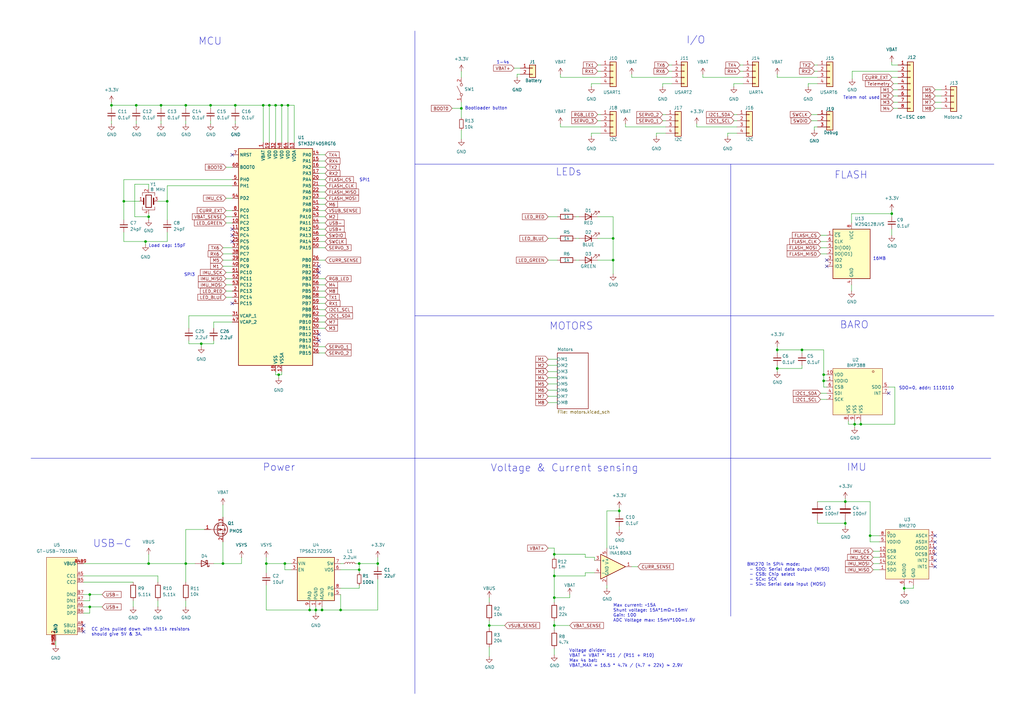
<source format=kicad_sch>
(kicad_sch (version 20231120) (generator "eeschema") (generator_version "8.0")
  (paper "A3")
  (title_block (title "f8 fc") (date "2024-09-15") (rev "A") (company "Victor Krook"))
  (junction (at 96.52 43.18))
  (junction (at 147.32 233.68))
  (junction (at 200.66 256.54))
  (junction (at 337.82 153.67))
  (junction (at 66.04 43.18))
  (junction (at 129.54 250.19))
  (junction (at 109.22 231.14))
  (junction (at 127 250.19))
  (junction (at 86.36 43.18))
  (junction (at 356.87 219.71))
  (junction (at 346.71 214.63))
  (junction (at 350.52 173.99))
  (junction (at 337.82 156.21))
  (junction (at 36.83 243.84))
  (junction (at 132.08 250.19))
  (junction (at 107.95 43.18))
  (junction (at 365.76 87.63))
  (junction (at 114.3 153.67))
  (junction (at 76.2 43.18))
  (junction (at 346.71 205.74))
  (junction (at 254 209.55))
  (junction (at 251.46 97.79))
  (junction (at 36.83 248.92))
  (junction (at 227.33 236.22))
  (junction (at 147.32 231.14))
  (junction (at 353.06 173.99))
  (junction (at 60.96 231.14))
  (junction (at 227.33 245.11))
  (junction (at 60.96 88.9))
  (junction (at 251.46 106.68))
  (junction (at 154.94 231.14))
  (junction (at 110.49 43.18))
  (junction (at 227.33 227.33))
  (junction (at 139.7 250.19))
  (junction (at 370.84 241.3))
  (junction (at 45.72 43.18))
  (junction (at 68.58 82.55))
  (junction (at 227.33 256.54))
  (junction (at 318.77 151.13))
  (junction (at 76.2 231.14))
  (junction (at 55.88 43.18))
  (junction (at 318.77 143.51))
  (junction (at 328.93 143.51))
  (junction (at 118.11 43.18))
  (junction (at 82.55 140.97))
  (junction (at 189.23 44.45))
  (junction (at 116.84 231.14))
  (junction (at 59.69 99.06))
  (junction (at 50.8 82.55))
  (junction (at 115.57 43.18))
  (junction (at 113.03 43.18))
  (junction (at 91.44 231.14))
  (no_connect (at 383.54 222.25))
  (no_connect (at 364.49 161.29))
  (no_connect (at 339.09 109.22))
  (no_connect (at 383.54 227.33))
  (no_connect (at 95.25 96.52))
  (no_connect (at 95.25 124.46))
  (no_connect (at 34.29 259.08))
  (no_connect (at 130.81 137.16))
  (no_connect (at 95.25 93.98))
  (no_connect (at 383.54 229.87))
  (no_connect (at 130.81 139.7))
  (no_connect (at 34.29 256.54))
  (no_connect (at 383.54 219.71))
  (no_connect (at 130.81 109.22))
  (no_connect (at 339.09 106.68))
  (no_connect (at 383.54 224.79))
  (no_connect (at 95.25 99.06))
  (no_connect (at 383.54 232.41))
  (no_connect (at 95.25 63.5))
  (no_connect (at 130.81 111.76))
  (wire (pts (xy 109.22 240.03) (xy 109.22 250.19)))
  (wire (pts (xy 285.75 50.8) (xy 285.75 52.07)))
  (wire (pts (xy 224.79 160.02) (xy 228.6 160.02)))
  (wire (pts (xy 331.47 34.29) (xy 335.28 34.29)))
  (wire (pts (xy 365.76 26.67) (xy 368.3 26.67)))
  (wire (pts (xy 109.22 231.14) (xy 109.22 234.95)))
  (wire (pts (xy 76.2 49.53) (xy 76.2 50.8)))
  (wire (pts (xy 200.66 256.54) (xy 207.01 256.54)))
  (wire (pts (xy 224.79 157.48) (xy 228.6 157.48)))
  (wire (pts (xy 45.72 43.18) (xy 45.72 44.45)))
  (wire (pts (xy 365.76 25.4) (xy 365.76 26.67)))
  (wire (pts (xy 300.99 46.99) (xy 302.26 46.99)))
  (wire (pts (xy 130.81 134.62) (xy 133.35 134.62)))
  (wire (pts (xy 200.66 257.81) (xy 200.66 256.54)))
  (wire (pts (xy 50.8 82.55) (xy 50.8 90.17)))
  (wire (pts (xy 50.8 95.25) (xy 50.8 99.06)))
  (wire (pts (xy 99.06 231.14) (xy 99.06 228.6)))
  (wire (pts (xy 127 250.19) (xy 127 248.92)))
  (wire (pts (xy 332.74 49.53) (xy 335.28 49.53)))
  (wire (pts (xy 365.76 93.98) (xy 365.76 96.52)))
  (wire (pts (xy 224.79 147.32) (xy 228.6 147.32)))
  (wire (pts (xy 92.71 119.38) (xy 95.25 119.38)))
  (wire (pts (xy 318.77 142.24) (xy 318.77 143.51)))
  (wire (pts (xy 337.82 156.21) (xy 339.09 156.21)))
  (wire (pts (xy 271.78 46.99) (xy 273.05 46.99)))
  (wire (pts (xy 139.7 233.68) (xy 147.32 233.68)))
  (wire (pts (xy 60.96 88.9) (xy 60.96 90.17)))
  (wire (pts (xy 350.52 173.99) (xy 347.98 173.99)))
  (wire (pts (xy 350.52 172.72) (xy 350.52 173.99)))
  (wire (pts (xy 298.45 55.88) (xy 298.45 54.61)))
  (wire (pts (xy 227.33 233.68) (xy 227.33 236.22)))
  (wire (pts (xy 251.46 88.9) (xy 251.46 97.79)))
  (wire (pts (xy 350.52 173.99) (xy 353.06 173.99)))
  (wire (pts (xy 113.03 153.67) (xy 113.03 152.4)))
  (wire (pts (xy 50.8 99.06) (xy 59.69 99.06)))
  (wire (pts (xy 366.395 39.37) (xy 368.3 39.37)))
  (wire (pts (xy 64.77 82.55) (xy 68.58 82.55)))
  (wire (pts (xy 76.2 231.14) (xy 80.01 231.14)))
  (wire (pts (xy 115.57 153.67) (xy 115.57 152.4)))
  (wire (pts (xy 130.81 68.58) (xy 133.35 68.58)))
  (wire (pts (xy 77.47 129.54) (xy 77.47 134.62)))
  (wire (pts (xy 95.25 129.54) (xy 77.47 129.54)))
  (wire (pts (xy 358.14 226.06) (xy 360.68 226.06)))
  (wire (pts (xy 358.14 231.14) (xy 360.68 231.14)))
  (wire (pts (xy 300.99 35.56) (xy 300.99 34.29)))
  (wire (pts (xy 318.77 31.75) (xy 335.28 31.75)))
  (wire (pts (xy 34.29 246.38) (xy 36.83 246.38)))
  (wire (pts (xy 54.61 238.76) (xy 34.29 238.76)))
  (wire (pts (xy 130.81 142.24) (xy 133.35 142.24)))
  (wire (pts (xy 139.7 231.14) (xy 140.97 231.14)))
  (wire (pts (xy 336.55 99.06) (xy 339.09 99.06)))
  (wire (pts (xy 189.23 31.75) (xy 189.23 29.21)))
  (wire (pts (xy 114.3 153.67) (xy 115.57 153.67)))
  (wire (pts (xy 130.81 83.82) (xy 133.35 83.82)))
  (wire (pts (xy 45.72 41.91) (xy 45.72 43.18)))
  (wire (pts (xy 146.05 231.14) (xy 147.32 231.14)))
  (wire (pts (xy 259.08 31.75) (xy 275.59 31.75)))
  (wire (pts (xy 59.69 99.06) (xy 59.69 100.33)))
  (wire (pts (xy 318.77 143.51) (xy 328.93 143.51)))
  (wire (pts (xy 76.2 43.18) (xy 76.2 44.45)))
  (wire (pts (xy 130.81 127) (xy 133.35 127)))
  (wire (pts (xy 337.82 153.67) (xy 337.82 156.21)))
  (wire (pts (xy 91.44 222.25) (xy 91.44 231.14)))
  (wire (pts (xy 130.81 86.36) (xy 133.35 86.36)))
  (wire (pts (xy 254 209.55) (xy 248.92 209.55)))
  (wire (pts (xy 364.49 158.75) (xy 367.03 158.75)))
  (wire (pts (xy 224.79 165.1) (xy 228.6 165.1)))
  (wire (pts (xy 236.22 106.68) (xy 237.49 106.68)))
  (wire (pts (xy 34.29 231.14) (xy 60.96 231.14)))
  (wire (pts (xy 242.57 54.61) (xy 246.38 54.61)))
  (wire (pts (xy 130.81 63.5) (xy 133.35 63.5)))
  (wire (pts (xy 383.54 44.45) (xy 386.08 44.45)))
  (wire (pts (xy 92.71 86.36) (xy 95.25 86.36)))
  (wire (pts (xy 274.32 29.21) (xy 275.59 29.21)))
  (wire (pts (xy 76.2 248.92) (xy 76.2 246.38)))
  (wire (pts (xy 130.81 129.54) (xy 133.35 129.54)))
  (polyline (pts (xy 170.18 129.54) (xy 407.67 129.54)))
  (wire (pts (xy 346.71 205.74) (xy 335.28 205.74)))
  (wire (pts (xy 139.7 243.84) (xy 139.7 250.19)))
  (wire (pts (xy 96.52 49.53) (xy 96.52 50.8)))
  (wire (pts (xy 335.28 214.63) (xy 346.71 214.63)))
  (wire (pts (xy 87.63 132.08) (xy 95.25 132.08)))
  (wire (pts (xy 130.81 121.92) (xy 133.35 121.92)))
  (wire (pts (xy 242.57 55.88) (xy 242.57 54.61)))
  (wire (pts (xy 107.95 43.18) (xy 107.95 58.42)))
  (wire (pts (xy 383.54 39.37) (xy 386.08 39.37)))
  (wire (pts (xy 224.79 149.86) (xy 228.6 149.86)))
  (wire (pts (xy 76.2 43.18) (xy 86.36 43.18)))
  (wire (pts (xy 50.8 73.66) (xy 50.8 82.55)))
  (wire (pts (xy 224.79 152.4) (xy 228.6 152.4)))
  (wire (pts (xy 248.92 240.03) (xy 248.92 241.3)))
  (wire (pts (xy 212.09 30.48) (xy 213.36 30.48)))
  (wire (pts (xy 116.84 231.14) (xy 119.38 231.14)))
  (wire (pts (xy 109.22 231.14) (xy 116.84 231.14)))
  (wire (pts (xy 87.63 140.97) (xy 82.55 140.97)))
  (wire (pts (xy 154.94 250.19) (xy 154.94 237.49)))
  (wire (pts (xy 45.72 49.53) (xy 45.72 50.8)))
  (wire (pts (xy 254 208.28) (xy 254 209.55)))
  (wire (pts (xy 353.06 173.99) (xy 353.06 172.72)))
  (wire (pts (xy 60.96 227.33) (xy 60.96 231.14)))
  (wire (pts (xy 76.2 238.76) (xy 76.2 231.14)))
  (wire (pts (xy 91.44 104.14) (xy 95.25 104.14)))
  (polyline (pts (xy 170.18 12.7) (xy 170.18 284.48)))
  (wire (pts (xy 82.55 140.97) (xy 82.55 142.24)))
  (wire (pts (xy 22.86 262.89) (xy 22.86 264.795)))
  (wire (pts (xy 60.96 231.14) (xy 76.2 231.14)))
  (wire (pts (xy 120.65 58.42) (xy 120.65 43.18)))
  (wire (pts (xy 256.54 52.07) (xy 273.05 52.07)))
  (wire (pts (xy 251.46 106.68) (xy 251.46 112.395)))
  (wire (pts (xy 212.09 31.75) (xy 212.09 30.48)))
  (wire (pts (xy 55.88 43.18) (xy 66.04 43.18)))
  (wire (pts (xy 200.66 269.24) (xy 200.66 265.43)))
  (wire (pts (xy 224.79 162.56) (xy 228.6 162.56)))
  (wire (pts (xy 367.03 173.99) (xy 367.03 158.75)))
  (wire (pts (xy 349.25 87.63) (xy 349.25 91.44)))
  (wire (pts (xy 334.01 26.67) (xy 335.28 26.67)))
  (wire (pts (xy 269.24 54.61) (xy 273.05 54.61)))
  (wire (pts (xy 96.52 43.18) (xy 107.95 43.18)))
  (wire (pts (xy 92.71 91.44) (xy 95.25 91.44)))
  (wire (pts (xy 147.32 231.14) (xy 154.94 231.14)))
  (wire (pts (xy 34.29 243.84) (xy 36.83 243.84)))
  (wire (pts (xy 358.14 228.6) (xy 360.68 228.6)))
  (wire (pts (xy 236.22 88.9) (xy 237.49 88.9)))
  (wire (pts (xy 366.395 36.83) (xy 368.3 36.83)))
  (wire (pts (xy 346.71 205.74) (xy 346.71 204.47)))
  (wire (pts (xy 240.03 227.33) (xy 227.33 227.33)))
  (wire (pts (xy 318.77 30.48) (xy 318.77 31.75)))
  (wire (pts (xy 242.57 34.29) (xy 246.38 34.29)))
  (wire (pts (xy 356.87 222.25) (xy 360.68 222.25)))
  (wire (pts (xy 92.71 88.9) (xy 95.25 88.9)))
  (wire (pts (xy 147.32 241.3) (xy 147.32 240.03)))
  (wire (pts (xy 36.83 248.92) (xy 36.83 251.46)))
  (wire (pts (xy 227.33 256.54) (xy 233.68 256.54)))
  (wire (pts (xy 45.72 43.18) (xy 55.88 43.18)))
  (wire (pts (xy 300.99 34.29) (xy 304.8 34.29)))
  (wire (pts (xy 66.04 49.53) (xy 66.04 50.8)))
  (wire (pts (xy 271.78 49.53) (xy 273.05 49.53)))
  (wire (pts (xy 130.81 101.6) (xy 133.35 101.6)))
  (wire (pts (xy 347.98 173.99) (xy 347.98 172.72)))
  (wire (pts (xy 130.81 66.04) (xy 133.35 66.04)))
  (wire (pts (xy 130.81 76.2) (xy 133.35 76.2)))
  (wire (pts (xy 245.11 26.67) (xy 246.38 26.67)))
  (wire (pts (xy 254 209.55) (xy 254 210.82)))
  (wire (pts (xy 224.79 97.79) (xy 228.6 97.79)))
  (wire (pts (xy 130.81 73.66) (xy 133.35 73.66)))
  (wire (pts (xy 245.11 106.68) (xy 251.46 106.68)))
  (wire (pts (xy 95.25 76.2) (xy 68.58 76.2)))
  (wire (pts (xy 64.77 248.92) (xy 64.77 246.38)))
  (wire (pts (xy 87.63 134.62) (xy 87.63 132.08)))
  (wire (pts (xy 91.44 109.22) (xy 95.25 109.22)))
  (wire (pts (xy 370.84 240.03) (xy 370.84 241.3)))
  (wire (pts (xy 130.81 81.28) (xy 133.35 81.28)))
  (wire (pts (xy 147.32 233.68) (xy 147.32 231.14)))
  (wire (pts (xy 346.71 205.74) (xy 356.87 205.74)))
  (wire (pts (xy 318.77 151.13) (xy 328.93 151.13)))
  (wire (pts (xy 335.28 213.36) (xy 335.28 214.63)))
  (wire (pts (xy 154.94 232.41) (xy 154.94 231.14)))
  (wire (pts (xy 328.93 144.78) (xy 328.93 143.51)))
  (wire (pts (xy 240.03 234.95) (xy 243.84 234.95)))
  (wire (pts (xy 349.25 116.84) (xy 349.25 119.38)))
  (wire (pts (xy 110.49 58.42) (xy 110.49 43.18)))
  (wire (pts (xy 339.09 158.75) (xy 337.82 158.75)))
  (wire (pts (xy 339.09 153.67) (xy 337.82 153.67)))
  (wire (pts (xy 233.68 245.11) (xy 233.68 243.84)))
  (wire (pts (xy 346.71 214.63) (xy 346.71 215.9)))
  (wire (pts (xy 115.57 58.42) (xy 115.57 43.18)))
  (wire (pts (xy 353.06 173.99) (xy 367.03 173.99)))
  (wire (pts (xy 96.52 43.18) (xy 96.52 44.45)))
  (wire (pts (xy 36.83 243.84) (xy 41.91 243.84)))
  (wire (pts (xy 224.79 154.94) (xy 228.6 154.94)))
  (wire (pts (xy 68.58 76.2) (xy 68.58 82.55)))
  (wire (pts (xy 147.32 234.95) (xy 147.32 233.68)))
  (wire (pts (xy 229.87 30.48) (xy 229.87 31.75)))
  (wire (pts (xy 303.53 29.21) (xy 304.8 29.21)))
  (wire (pts (xy 86.36 49.53) (xy 86.36 50.8)))
  (wire (pts (xy 92.71 111.76) (xy 95.25 111.76)))
  (wire (pts (xy 54.61 248.92) (xy 54.61 246.38)))
  (wire (pts (xy 76.2 217.17) (xy 83.82 217.17)))
  (wire (pts (xy 300.99 49.53) (xy 302.26 49.53)))
  (wire (pts (xy 114.3 153.67) (xy 113.03 153.67)))
  (wire (pts (xy 91.44 106.68) (xy 95.25 106.68)))
  (wire (pts (xy 331.47 35.56) (xy 331.47 34.29)))
  (wire (pts (xy 68.58 82.55) (xy 68.58 90.17)))
  (wire (pts (xy 66.04 43.18) (xy 76.2 43.18)))
  (wire (pts (xy 130.81 114.3) (xy 133.35 114.3)))
  (wire (pts (xy 383.54 36.83) (xy 386.08 36.83)))
  (wire (pts (xy 64.77 238.76) (xy 64.77 236.22)))
  (wire (pts (xy 356.87 219.71) (xy 356.87 222.25)))
  (wire (pts (xy 336.55 104.14) (xy 339.09 104.14)))
  (wire (pts (xy 59.69 99.06) (xy 68.58 99.06)))
  (wire (pts (xy 256.54 50.8) (xy 256.54 52.07)))
  (wire (pts (xy 248.92 209.55) (xy 248.92 224.79)))
  (wire (pts (xy 251.46 97.79) (xy 251.46 106.68)))
  (wire (pts (xy 328.93 143.51) (xy 337.82 143.51)))
  (wire (pts (xy 358.14 233.68) (xy 360.68 233.68)))
  (wire (pts (xy 109.22 228.6) (xy 109.22 231.14)))
  (wire (pts (xy 240.03 228.6) (xy 243.84 228.6)))
  (wire (pts (xy 60.96 77.47) (xy 60.96 75.565)))
  (wire (pts (xy 113.03 58.42) (xy 113.03 43.18)))
  (wire (pts (xy 336.55 163.83) (xy 339.09 163.83)))
  (wire (pts (xy 120.65 43.18) (xy 118.11 43.18)))
  (wire (pts (xy 236.22 97.79) (xy 237.49 97.79)))
  (wire (pts (xy 374.65 241.3) (xy 374.65 240.03)))
  (wire (pts (xy 130.81 124.46) (xy 133.35 124.46)))
  (wire (pts (xy 243.84 228.6) (xy 243.84 229.87)))
  (polyline (pts (xy 12.7 187.96) (xy 406.4 187.96)))
  (wire (pts (xy 91.44 101.6) (xy 95.25 101.6)))
  (wire (pts (xy 68.58 99.06) (xy 68.58 95.25)))
  (wire (pts (xy 115.57 43.18) (xy 118.11 43.18)))
  (wire (pts (xy 200.66 247.015) (xy 200.66 245.11)))
  (wire (pts (xy 60.96 87.63) (xy 60.96 88.9)))
  (wire (pts (xy 383.54 41.91) (xy 386.08 41.91)))
  (wire (pts (xy 86.36 43.18) (xy 96.52 43.18)))
  (wire (pts (xy 245.11 88.9) (xy 251.46 88.9)))
  (wire (pts (xy 227.33 224.79) (xy 227.33 227.33)))
  (wire (pts (xy 130.81 132.08) (xy 133.35 132.08)))
  (wire (pts (xy 118.11 58.42) (xy 118.11 43.18)))
  (wire (pts (xy 224.79 106.68) (xy 228.6 106.68)))
  (wire (pts (xy 55.88 43.18) (xy 55.88 44.45)))
  (wire (pts (xy 346.71 214.63) (xy 346.71 213.36)))
  (wire (pts (xy 36.83 248.92) (xy 41.91 248.92)))
  (wire (pts (xy 245.11 29.21) (xy 246.38 29.21)))
  (wire (pts (xy 130.81 99.06) (xy 133.35 99.06)))
  (wire (pts (xy 114.3 154.94) (xy 114.3 153.67)))
  (wire (pts (xy 298.45 54.61) (xy 302.26 54.61)))
  (wire (pts (xy 55.245 75.565) (xy 55.245 88.9)))
  (polyline (pts (xy 299.72 67.31) (xy 299.72 252.73)))
  (wire (pts (xy 229.87 31.75) (xy 246.38 31.75)))
  (wire (pts (xy 318.77 143.51) (xy 318.77 144.78)))
  (wire (pts (xy 130.81 116.84) (xy 133.35 116.84)))
  (wire (pts (xy 274.32 26.67) (xy 275.59 26.67)))
  (wire (pts (xy 92.71 68.58) (xy 95.25 68.58)))
  (wire (pts (xy 224.79 224.79) (xy 227.33 224.79)))
  (wire (pts (xy 132.08 250.19) (xy 139.7 250.19)))
  (wire (pts (xy 129.54 250.19) (xy 127 250.19)))
  (wire (pts (xy 332.74 46.99) (xy 335.28 46.99)))
  (wire (pts (xy 132.08 250.19) (xy 129.54 250.19)))
  (wire (pts (xy 356.87 219.71) (xy 356.87 205.74)))
  (wire (pts (xy 50.8 73.66) (xy 95.25 73.66)))
  (wire (pts (xy 60.96 75.565) (xy 55.245 75.565)))
  (wire (pts (xy 288.29 31.75) (xy 304.8 31.75)))
  (wire (pts (xy 227.33 236.22) (xy 240.03 236.22)))
  (wire (pts (xy 365.76 86.36) (xy 365.76 87.63)))
  (wire (pts (xy 365.76 31.75) (xy 368.3 31.75)))
  (wire (pts (xy 271.78 34.29) (xy 275.59 34.29)))
  (wire (pts (xy 254 215.9) (xy 254 217.17)))
  (wire (pts (xy 328.93 151.13) (xy 328.93 149.86)))
  (wire (pts (xy 334.01 53.34) (xy 334.01 52.07)))
  (wire (pts (xy 116.84 233.68) (xy 116.84 231.14)))
  (wire (pts (xy 91.44 231.14) (xy 99.06 231.14)))
  (wire (pts (xy 227.33 256.54) (xy 227.33 258.445)))
  (wire (pts (xy 227.33 236.22) (xy 227.33 245.11)))
  (wire (pts (xy 240.03 227.33) (xy 240.03 228.6)))
  (wire (pts (xy 132.08 248.92) (xy 132.08 250.19)))
  (wire (pts (xy 119.38 233.68) (xy 116.84 233.68)))
  (wire (pts (xy 285.75 52.07) (xy 302.26 52.07)))
  (wire (pts (xy 130.81 88.9) (xy 133.35 88.9)))
  (wire (pts (xy 200.66 256.54) (xy 200.66 254.635)))
  (wire (pts (xy 227.33 254.635) (xy 227.33 256.54)))
  (wire (pts (xy 113.03 43.18) (xy 115.57 43.18)))
  (wire (pts (xy 87.63 231.14) (xy 91.44 231.14)))
  (wire (pts (xy 92.71 81.28) (xy 95.25 81.28)))
  (wire (pts (xy 318.77 149.86) (xy 318.77 151.13)))
  (wire (pts (xy 130.81 93.98) (xy 133.35 93.98)))
  (wire (pts (xy 91.44 207.01) (xy 91.44 212.09)))
  (wire (pts (xy 259.08 232.41) (xy 261.62 232.41)))
  (wire (pts (xy 76.2 231.14) (xy 76.2 217.17)))
  (wire (pts (xy 82.55 140.97) (xy 77.47 140.97)))
  (wire (pts (xy 245.11 49.53) (xy 246.38 49.53)))
  (wire (pts (xy 229.87 50.8) (xy 229.87 52.07)))
  (wire (pts (xy 139.7 241.3) (xy 147.32 241.3)))
  (wire (pts (xy 366.395 41.91) (xy 368.3 41.91)))
  (wire (pts (xy 77.47 140.97) (xy 77.47 139.7)))
  (wire (pts (xy 130.81 119.38) (xy 133.35 119.38)))
  (wire (pts (xy 130.81 71.12) (xy 133.35 71.12)))
  (wire (pts (xy 107.95 43.18) (xy 110.49 43.18)))
  (wire (pts (xy 130.81 106.68) (xy 133.35 106.68)))
  (wire (pts (xy 334.01 52.07) (xy 335.28 52.07)))
  (wire (pts (xy 303.53 26.67) (xy 304.8 26.67)))
  (wire (pts (xy 129.54 250.19) (xy 129.54 251.46)))
  (wire (pts (xy 366.395 44.45) (xy 368.3 44.45)))
  (wire (pts (xy 337.82 143.51) (xy 337.82 153.67)))
  (wire (pts (xy 370.84 241.3) (xy 374.65 241.3)))
  (wire (pts (xy 334.01 29.21) (xy 335.28 29.21)))
  (wire (pts (xy 288.29 30.48) (xy 288.29 31.75)))
  (wire (pts (xy 129.54 248.92) (xy 129.54 250.19)))
  (wire (pts (xy 349.25 87.63) (xy 365.76 87.63)))
  (wire (pts (xy 271.78 35.56) (xy 271.78 34.29)))
  (wire (pts (xy 92.71 114.3) (xy 95.25 114.3)))
  (wire (pts (xy 240.03 236.22) (xy 240.03 234.95)))
  (wire (pts (xy 210.82 27.94) (xy 213.36 27.94)))
  (wire (pts (xy 36.83 243.84) (xy 36.83 246.38)))
  (wire (pts (xy 189.23 53.34) (xy 189.23 57.15)))
  (wire (pts (xy 185.42 44.45) (xy 189.23 44.45)))
  (wire (pts (xy 227.33 245.11) (xy 233.68 245.11)))
  (wire (pts (xy 366.395 34.29) (xy 368.3 34.29)))
  (wire (pts (xy 109.22 250.19) (xy 127 250.19)))
  (wire (pts (xy 242.57 35.56) (xy 242.57 34.29)))
  (wire (pts (xy 349.504 32.385) (xy 349.504 29.21)))
  (wire (pts (xy 245.11 46.99) (xy 246.38 46.99)))
  (wire (pts (xy 229.87 52.07) (xy 246.38 52.07)))
  (wire (pts (xy 227.33 266.065) (xy 227.33 268.605)))
  (wire (pts (xy 55.88 49.53) (xy 55.88 50.8)))
  (wire (pts (xy 350.52 173.99) (xy 350.52 175.26)))
  (wire (pts (xy 336.55 161.29) (xy 339.09 161.29)))
  (wire (pts (xy 259.08 30.48) (xy 259.08 31.75)))
  (wire (pts (xy 336.55 96.52) (xy 339.09 96.52)))
  (wire (pts (xy 227.33 245.11) (xy 227.33 247.015)))
  (wire (pts (xy 349.504 29.21) (xy 368.3 29.21)))
  (wire (pts (xy 64.77 236.22) (xy 34.29 236.22)))
  (wire (pts (xy 269.24 55.88) (xy 269.24 54.61)))
  (wire (pts (xy 360.68 219.71) (xy 356.87 219.71)))
  (wire (pts (xy 92.71 116.84) (xy 95.25 116.84)))
  (wire (pts (xy 227.33 227.33) (xy 227.33 228.6)))
  (wire (pts (xy 86.36 43.18) (xy 86.36 44.45)))
  (wire (pts (xy 34.29 251.46) (xy 36.83 251.46)))
  (wire (pts (xy 92.71 121.92) (xy 95.25 121.92)))
  (wire (pts (xy 336.55 101.6) (xy 339.09 101.6)))
  (wire (pts (xy 318.77 151.13) (xy 318.77 152.4)))
  (wire (pts (xy 365.76 87.63) (xy 365.76 88.9)))
  (wire (pts (xy 154.94 231.14) (xy 154.94 228.6)))
  (wire (pts (xy 130.81 96.52) (xy 133.35 96.52)))
  (wire (pts (xy 245.11 97.79) (xy 251.46 97.79)))
  (polyline (pts (xy 170.18 67.31) (xy 407.67 67.31)))
  (wire (pts (xy 224.79 88.9) (xy 228.6 88.9)))
  (wire (pts (xy 34.29 248.92) (xy 36.83 248.92)))
  (wire (pts (xy 87.63 139.7) (xy 87.63 140.97)))
  (wire (pts (xy 66.04 43.18) (xy 66.04 44.45)))
  (wire (pts (xy 130.81 78.74) (xy 133.35 78.74)))
  (wire (pts (xy 50.8 82.55) (xy 57.15 82.55)))
  (wire (pts (xy 110.49 43.18) (xy 113.03 43.18)))
  (wire (pts (xy 337.82 156.21) (xy 337.82 158.75)))
  (wire (pts (xy 370.84 241.3) (xy 370.84 242.57)))
  (wire (pts (xy 55.245 88.9) (xy 60.96 88.9)))
  (wire (pts (xy 189.23 41.91) (xy 189.23 44.45)))
  (wire (pts (xy 130.81 144.78) (xy 133.35 144.78)))
  (wire (pts (xy 189.23 44.45) (xy 189.23 48.26)))
  (wire (pts (xy 130.81 91.44) (xy 133.35 91.44)))
  (wire (pts (xy 139.7 250.19) (xy 154.94 250.19)))
  (text "Max current: ~15A\nShunt voltage: 15A*1mΩ=15mV\nGain: 100\nADC Voltage max: 15mV*100=1.5V" (at 251.46 251.46 0) (effects (font (size 1.27 1.27)) (justify left)))
  (text "MCU" (at 81.28 18.796 0) (effects (font (size 2.9972 2.9972)) (justify left bottom)))
  (text "SDO=0, addr: 1110110" (at 379.984 159.258 0) (effects (font (size 1.27 1.27))))
  (text "BMI270 in SPI4 mode:\n - SDO: Serial data output (MISO)\n - CSB: Chip select\n - SCx: SCK\n - SDx: Serial data input (MOSI)" (at 306.324 240.538 0) (effects (font (size 1.27 1.27)) (justify left bottom)))
  (text "16MB" (at 360.68 106.172 0) (effects (font (size 1.27 1.27))))
  (text "Telem not used" (at 353.314 40.132 0) (effects (font (size 1.27 1.27))))
  (text "Voltage & Current sensing" (at 201.168 193.802 0) (effects (font (size 2.9972 2.9972)) (justify left bottom)))
  (text "LEDs" (at 227.838 72.39 0) (effects (font (size 2.9972 2.9972)) (justify left bottom)))
  (text "FLASH" (at 342.138 73.66 0) (effects (font (size 2.9972 2.9972)) (justify left bottom)))
  (text "IMU" (at 347.218 193.548 0) (effects (font (size 2.9972 2.9972)) (justify left bottom)))
  (text "I/O" (at 281.432 18.288 0) (effects (font (size 2.9972 2.9972)) (justify left bottom)))
  (text "CC pins pulled down with 5.11k resistors\nshould give 5V & 3A." (at 37.465 260.985 0) (effects (font (size 1.27 1.27)) (justify left bottom)))
  (text "Bootloader button" (at 199.39 44.45 0) (effects (font (size 1.27 1.27))))
  (text "BARO" (at 344.424 135.128 0) (effects (font (size 2.9972 2.9972)) (justify left bottom)))
  (text "Load cap: 15pF" (at 68.58 100.838 0) (effects (font (size 1.27 1.27))))
  (text "Voltage divider:\nVBAT = VBAT * R11 / (R11 + R10)\nMax 4s bat:\nVBAT_MAX = 16.5 * 4.7k / (4.7 + 22k) ≃ 2.9V" (at 233.426 273.812 0) (effects (font (size 1.27 1.27)) (justify left bottom)))
  (text "Power" (at 107.696 193.548 0) (effects (font (size 2.9972 2.9972)) (justify left bottom)))
  (text "SPI3" (at 77.724 112.776 0) (effects (font (size 1.27 1.27))))
  (text "USB-C" (at 38.1 224.79 0) (effects (font (size 2.9972 2.9972)) (justify left bottom)))
  (text "SPI1" (at 149.606 73.914 0) (effects (font (size 1.27 1.27))))
  (text "1-4s" (at 206.248 25.654 0) (effects (font (size 1.27 1.27))))
  (text "MOTORS" (at 225.298 135.636 0) (effects (font (size 2.9972 2.9972)) (justify left bottom)))
  (global_label "CURR_EXT" (shape input) (at 92.71 86.36 180) (property "Intersheetrefs" "${INTERSHEET_REFS}" (effects (hide yes))))
  (global_label "I2C1_SDA" (shape input) (at 336.55 161.29 180) (property "Intersheetrefs" "${INTERSHEET_REFS}" (effects (hide yes))))
  (global_label "VBAT+" (shape input) (at 224.79 224.79 180) (property "Intersheetrefs" "${INTERSHEET_REFS}" (effects (hide yes))))
  (global_label "VBAT_SENSE" (shape input) (at 233.68 256.54 0) (property "Intersheetrefs" "${INTERSHEET_REFS}" (effects (hide yes))))
  (global_label "I2C1_SCL" (shape input) (at 336.55 163.83 180) (property "Intersheetrefs" "${INTERSHEET_REFS}" (effects (hide yes))))
  (global_label "RGB_LED" (shape input) (at 133.35 114.3 0) (property "Intersheetrefs" "${INTERSHEET_REFS}" (effects (hide yes))))
  (global_label "TX6" (shape input) (at 91.44 101.6 180) (property "Intersheetrefs" "${INTERSHEET_REFS}" (effects (hide yes))))
  (global_label "LED_BLUE" (shape input) (at 92.71 121.92 180) (property "Intersheetrefs" "${INTERSHEET_REFS}" (effects (hide yes))))
  (global_label "IMU_MISO" (shape input) (at 92.71 114.3 180) (property "Intersheetrefs" "${INTERSHEET_REFS}" (effects (hide yes))))
  (global_label "M3" (shape input) (at 366.395 41.91 180) (property "Intersheetrefs" "${INTERSHEET_REFS}" (effects (hide yes))))
  (global_label "I2C1_SDA" (shape input) (at 300.99 46.99 180) (property "Intersheetrefs" "${INTERSHEET_REFS}" (effects (hide yes))))
  (global_label "I2C1_SDA" (shape input) (at 133.35 129.54 0) (property "Intersheetrefs" "${INTERSHEET_REFS}" (effects (hide yes))))
  (global_label "M4" (shape input) (at 224.79 154.94 180) (property "Intersheetrefs" "${INTERSHEET_REFS}" (effects (hide yes))))
  (global_label "FLASH_CS" (shape input) (at 133.35 73.66 0) (property "Intersheetrefs" "${INTERSHEET_REFS}" (effects (hide yes))))
  (global_label "IMU_MOSI" (shape input) (at 358.14 231.14 180) (property "Intersheetrefs" "${INTERSHEET_REFS}" (effects (hide yes))))
  (global_label "VBAT+" (shape input) (at 210.82 27.94 180) (property "Intersheetrefs" "${INTERSHEET_REFS}" (effects (hide yes))))
  (global_label "SERVO_1" (shape input) (at 133.35 142.24 0) (property "Intersheetrefs" "${INTERSHEET_REFS}" (effects (hide yes))))
  (global_label "IMU_CS" (shape input) (at 92.71 81.28 180) (property "Intersheetrefs" "${INTERSHEET_REFS}" (effects (hide yes))))
  (global_label "SWDIO" (shape input) (at 133.35 96.52 0) (property "Intersheetrefs" "${INTERSHEET_REFS}" (effects (hide yes))))
  (global_label "TX2" (shape input) (at 334.01 26.67 180) (property "Intersheetrefs" "${INTERSHEET_REFS}" (effects (hide yes))))
  (global_label "M1" (shape input) (at 224.79 147.32 180) (property "Intersheetrefs" "${INTERSHEET_REFS}" (effects (hide yes))))
  (global_label "VSUB_SENSE" (shape input) (at 133.35 86.36 0) (property "Intersheetrefs" "${INTERSHEET_REFS}" (effects (hide yes))))
  (global_label "TX2" (shape input) (at 133.35 68.58 0) (property "Intersheetrefs" "${INTERSHEET_REFS}" (effects (hide yes))))
  (global_label "FLASH_MISO" (shape input) (at 133.35 78.74 0) (property "Intersheetrefs" "${INTERSHEET_REFS}" (effects (hide yes))))
  (global_label "M8" (shape input) (at 133.35 119.38 0) (property "Intersheetrefs" "${INTERSHEET_REFS}" (effects (hide yes))))
  (global_label "LED_RED" (shape input) (at 92.71 119.38 180) (property "Intersheetrefs" "${INTERSHEET_REFS}" (effects (hide yes))))
  (global_label "TX1" (shape input) (at 245.11 26.67 180) (property "Intersheetrefs" "${INTERSHEET_REFS}" (effects (hide yes))))
  (global_label "RX2" (shape input) (at 334.01 29.21 180) (property "Intersheetrefs" "${INTERSHEET_REFS}" (effects (hide yes))))
  (global_label "M7" (shape input) (at 133.35 132.08 0) (property "Intersheetrefs" "${INTERSHEET_REFS}" (effects (hide yes))))
  (global_label "M3" (shape input) (at 224.79 152.4 180) (property "Intersheetrefs" "${INTERSHEET_REFS}" (effects (hide yes))))
  (global_label "IMU_SCK" (shape input) (at 92.71 111.76 180) (property "Intersheetrefs" "${INTERSHEET_REFS}" (effects (hide yes))))
  (global_label "SWCLK" (shape input) (at 332.74 46.99 180) (property "Intersheetrefs" "${INTERSHEET_REFS}" (effects (hide yes))))
  (global_label "M5" (shape input) (at 224.79 157.48 180) (property "Intersheetrefs" "${INTERSHEET_REFS}" (effects (hide yes))))
  (global_label "SERVO_1" (shape input) (at 271.78 49.53 180) (property "Intersheetrefs" "${INTERSHEET_REFS}" (effects (hide yes))))
  (global_label "RX6" (shape input) (at 274.32 29.21 180) (property "Intersheetrefs" "${INTERSHEET_REFS}" (effects (hide yes))))
  (global_label "CURR_EXT" (shape input) (at 365.76 31.75 180) (property "Intersheetrefs" "${INTERSHEET_REFS}" (effects (hide yes))))
  (global_label "TX4" (shape input) (at 303.53 26.67 180) (property "Intersheetrefs" "${INTERSHEET_REFS}" (effects (hide yes))))
  (global_label "RX1" (shape input) (at 133.35 124.46 0) (property "Intersheetrefs" "${INTERSHEET_REFS}" (effects (hide yes))))
  (global_label "FLASH_MOSI" (shape input) (at 336.55 101.6 180) (property "Intersheetrefs" "${INTERSHEET_REFS}" (effects (hide yes))))
  (global_label "SERVO_2" (shape input) (at 271.78 46.99 180) (property "Intersheetrefs" "${INTERSHEET_REFS}" (effects (hide yes))))
  (global_label "TX1" (shape input) (at 133.35 121.92 0) (property "Intersheetrefs" "${INTERSHEET_REFS}" (effects (hide yes))))
  (global_label "M5" (shape input) (at 91.44 106.68 180) (property "Intersheetrefs" "${INTERSHEET_REFS}" (effects (hide yes))))
  (global_label "RX6" (shape input) (at 91.44 104.14 180) (property "Intersheetrefs" "${INTERSHEET_REFS}" (effects (hide yes))))
  (global_label "SERVO_2" (shape input) (at 133.35 144.78 0) (property "Intersheetrefs" "${INTERSHEET_REFS}" (effects (hide yes))))
  (global_label "LED_BLUE" (shape input) (at 224.79 97.79 180) (property "Intersheetrefs" "${INTERSHEET_REFS}" (effects (hide yes))))
  (global_label "M7" (shape input) (at 224.79 162.56 180) (property "Intersheetrefs" "${INTERSHEET_REFS}" (effects (hide yes))))
  (global_label "M8" (shape input) (at 383.54 44.45 180) (property "Intersheetrefs" "${INTERSHEET_REFS}" (effects (hide yes))))
  (global_label "M1" (shape input) (at 91.44 109.22 180) (property "Intersheetrefs" "${INTERSHEET_REFS}" (effects (hide yes))))
  (global_label "M2" (shape input) (at 224.79 149.86 180) (property "Intersheetrefs" "${INTERSHEET_REFS}" (effects (hide yes))))
  (global_label "USB+" (shape input) (at 133.35 93.98 0) (property "Intersheetrefs" "${INTERSHEET_REFS}" (effects (hide yes))))
  (global_label "LED_RED" (shape input) (at 224.79 88.9 180) (property "Intersheetrefs" "${INTERSHEET_REFS}" (effects (hide yes))))
  (global_label "USB-" (shape input) (at 133.35 91.44 0) (property "Intersheetrefs" "${INTERSHEET_REFS}" (effects (hide yes))))
  (global_label "CURR_SENSE" (shape input) (at 261.62 232.41 0) (property "Intersheetrefs" "${INTERSHEET_REFS}" (effects (hide yes))))
  (global_label "M1" (shape input) (at 366.395 36.83 180) (property "Intersheetrefs" "${INTERSHEET_REFS}" (effects (hide yes))))
  (global_label "FLASH_CLK" (shape input) (at 133.35 76.2 0) (property "Intersheetrefs" "${INTERSHEET_REFS}" (effects (hide yes))))
  (global_label "VSUB_SENSE" (shape input) (at 207.01 256.54 0) (property "Intersheetrefs" "${INTERSHEET_REFS}" (effects (hide yes))))
  (global_label "SWDIO" (shape input) (at 332.74 49.53 180) (property "Intersheetrefs" "${INTERSHEET_REFS}" (effects (hide yes))))
  (global_label "USB-" (shape input) (at 41.91 243.84 0) (property "Intersheetrefs" "${INTERSHEET_REFS}" (effects (hide yes))))
  (global_label "M6" (shape input) (at 224.79 160.02 180) (property "Intersheetrefs" "${INTERSHEET_REFS}" (effects (hide yes))))
  (global_label "TX4" (shape input) (at 133.35 63.5 0) (property "Intersheetrefs" "${INTERSHEET_REFS}" (effects (hide yes))))
  (global_label "LED_GREEN" (shape input) (at 224.79 106.68 180) (property "Intersheetrefs" "${INTERSHEET_REFS}" (effects (hide yes))))
  (global_label "M7" (shape input) (at 383.54 41.91 180) (property "Intersheetrefs" "${INTERSHEET_REFS}" (effects (hide yes))))
  (global_label "VBAT_SENSE" (shape input) (at 92.71 88.9 180) (property "Intersheetrefs" "${INTERSHEET_REFS}" (effects (hide yes))))
  (global_label "M6" (shape input) (at 133.35 83.82 0) (property "Intersheetrefs" "${INTERSHEET_REFS}" (effects (hide yes))))
  (global_label "SERVO_3" (shape input) (at 245.11 49.53 180) (property "Intersheetrefs" "${INTERSHEET_REFS}" (effects (hide yes))))
  (global_label "IMU_CS" (shape input) (at 358.14 226.06 180) (property "Intersheetrefs" "${INTERSHEET_REFS}" (effects (hide yes))))
  (global_label "FLASH_MISO" (shape input) (at 336.55 104.14 180) (property "Intersheetrefs" "${INTERSHEET_REFS}" (effects (hide yes))))
  (global_label "IMU_MOSI" (shape input) (at 92.71 116.84 180) (property "Intersheetrefs" "${INTERSHEET_REFS}" (effects (hide yes))))
  (global_label "Telemetry" (shape input) (at 366.395 34.29 180) (property "Intersheetrefs" "${INTERSHEET_REFS}" (effects (hide yes))))
  (global_label "SWCLK" (shape input) (at 133.35 99.06 0) (property "Intersheetrefs" "${INTERSHEET_REFS}" (effects (hide yes))))
  (global_label "I2C1_SCL" (shape input) (at 300.99 49.53 180) (property "Intersheetrefs" "${INTERSHEET_REFS}" (effects (hide yes))))
  (global_label "IMU_MISO" (shape input) (at 358.14 233.68 180) (property "Intersheetrefs" "${INTERSHEET_REFS}" (effects (hide yes))))
  (global_label "I2C1_SCL" (shape input) (at 133.35 127 0) (property "Intersheetrefs" "${INTERSHEET_REFS}" (effects (hide yes))))
  (global_label "BOOT0" (shape input) (at 185.42 44.45 180) (property "Intersheetrefs" "${INTERSHEET_REFS}" (effects (hide yes))))
  (global_label "M3" (shape input) (at 133.35 134.62 0) (property "Intersheetrefs" "${INTERSHEET_REFS}" (effects (hide yes))))
  (global_label "CURR_SENSE" (shape input) (at 133.35 106.68 0) (property "Intersheetrefs" "${INTERSHEET_REFS}" (effects (hide yes))))
  (global_label "M5" (shape input) (at 383.54 36.83 180) (property "Intersheetrefs" "${INTERSHEET_REFS}" (effects (hide yes))))
  (global_label "M4" (shape input) (at 366.395 44.45 180) (property "Intersheetrefs" "${INTERSHEET_REFS}" (effects (hide yes))))
  (global_label "FLASH_CLK" (shape input) (at 336.55 99.06 180) (property "Intersheetrefs" "${INTERSHEET_REFS}" (effects (hide yes))))
  (global_label "RX4" (shape input) (at 133.35 66.04 0) (property "Intersheetrefs" "${INTERSHEET_REFS}" (effects (hide yes))))
  (global_label "M2" (shape input) (at 133.35 88.9 0) (property "Intersheetrefs" "${INTERSHEET_REFS}" (effects (hide yes))))
  (global_label "RGB_LED" (shape input) (at 245.11 46.99 180) (property "Intersheetrefs" "${INTERSHEET_REFS}" (effects (hide yes))))
  (global_label "IMU_SCK" (shape input) (at 358.14 228.6 180) (property "Intersheetrefs" "${INTERSHEET_REFS}" (effects (hide yes))))
  (global_label "M2" (shape input) (at 366.395 39.37 180) (property "Intersheetrefs" "${INTERSHEET_REFS}" (effects (hide yes))))
  (global_label "FLASH_MOSI" (shape input) (at 133.35 81.28 0) (property "Intersheetrefs" "${INTERSHEET_REFS}" (effects (hide yes))))
  (global_label "TX6" (shape input) (at 274.32 26.67 180) (property "Intersheetrefs" "${INTERSHEET_REFS}" (effects (hide yes))))
  (global_label "RX1" (shape input) (at 245.11 29.21 180) (property "Intersheetrefs" "${INTERSHEET_REFS}" (effects (hide yes))))
  (global_label "RX4" (shape input) (at 303.53 29.21 180) (property "Intersheetrefs" "${INTERSHEET_REFS}" (effects (hide yes))))
  (global_label "M4" (shape input) (at 133.35 116.84 0) (property "Intersheetrefs" "${INTERSHEET_REFS}" (effects (hide yes))))
  (global_label "SERVO_3" (shape input) (at 133.35 101.6 0) (property "Intersheetrefs" "${INTERSHEET_REFS}" (effects (hide yes))))
  (global_label "BOOT0" (shape input) (at 92.71 68.58 180) (property "Intersheetrefs" "${INTERSHEET_REFS}" (effects (hide yes))))
  (global_label "M6" (shape input) (at 383.54 39.37 180) (property "Intersheetrefs" "${INTERSHEET_REFS}" (effects (hide yes))))
  (global_label "RX2" (shape input) (at 133.35 71.12 0) (property "Intersheetrefs" "${INTERSHEET_REFS}" (effects (hide yes))))
  (global_label "M8" (shape input) (at 224.79 165.1 180) (property "Intersheetrefs" "${INTERSHEET_REFS}" (effects (hide yes))))
  (global_label "FLASH_CS" (shape input) (at 336.55 96.52 180) (property "Intersheetrefs" "${INTERSHEET_REFS}" (effects (hide yes))))
  (global_label "LED_GREEN" (shape input) (at 92.71 91.44 180) (property "Intersheetrefs" "${INTERSHEET_REFS}" (effects (hide yes))))
  (global_label "USB+" (shape input) (at 41.91 248.92 0) (property "Intersheetrefs" "${INTERSHEET_REFS}" (effects (hide yes))))
  (symbol (lib_id "Device:D_Schottky") (at 83.82 231.14 180) (unit 1)
    (property "Reference" "D4" (at 83.82 228.092 0))
    (property "Value" "D_Schottky" (effects (hide yes)))
    (property "Footprint" "custom:D_SOD-523_NoSilk" (effects (hide yes)))
    (property "LCSC Part" "C455040" (effects (hide yes)))
  )
  (symbol (lib_id "power:GND") (at 82.55 142.24 0) (unit 1)
    (property "Reference" "#PWR082" (effects (hide yes)))
    (property "Value" "GND" (at 82.55 147.32 0))
  )
  (symbol (lib_id "power:GND") (at 54.61 248.92 0) (unit 1)
    (property "Reference" "#PWR015" (effects (hide yes)))
    (property "Value" "GND" (at 54.61 253.365 0))
  )
  (symbol (lib_id "power:GND") (at 365.76 96.52 0) (unit 1)
    (property "Reference" "#PWR023" (effects (hide yes)))
    (property "Value" "GND" (at 365.887 100.9142 0))
  )
  (symbol (lib_id "power:GND") (at 86.36 50.8 0) (unit 1)
    (property "Reference" "#PWR034" (effects (hide yes)))
    (property "Value" "GND" (at 86.487 55.1942 0))
  )
  (symbol (lib_id "Device:C_Small") (at 365.76 91.44 0) (unit 1)
    (property "Reference" "C9" (at 367.792 90.17 0) (effects (justify left)))
    (property "Value" "0.1uF" (at 367.792 92.71 0) (effects (justify left)))
    (property "Footprint" "custom:C_0402_1005Metric_NoSilk" (effects (hide yes)))
    (property "Description" "Unpolarized capacitor, small symbol" (effects (hide yes)))
  )
  (symbol (lib_name "+3.3V_1") (lib_id "power:+3.3V") (at 189.23 29.21 0) (unit 1)
    (property "Reference" "#PWR030" (effects (hide yes)))
    (property "Value" "+3.3V" (at 189.23 24.13 0))
    (property "Description" "Power symbol creates a global label with name \"+3.3V\"" (effects (hide yes)))
  )
  (symbol (lib_id "Connector_Generic:Conn_01x04") (at 280.67 29.21 0) (unit 1)
    (property "Reference" "J11" (at 278.892 23.876 0) (effects (justify left)))
    (property "Value" "USART2" (at 276.606 37.846 0) (effects (justify left)))
    (property "Footprint" "custom:Conn_4_Accesory" (effects (hide yes)))
    (property "Description" "Generic connector, single row, 01x04, script generated (kicad-library-utils/schlib/autogen/connector/)" (effects (hide yes)))
  )
  (symbol (lib_id "Device:C_Small") (at 76.2 46.99 0) (unit 1)
    (property "Reference" "C14" (at 78.74 45.7262 0) (effects (justify left)))
    (property "Value" "0.1uF" (at 78.74 48.2662 0) (effects (justify left)))
    (property "Footprint" "custom:C_0402_1005Metric_NoSilk" (effects (hide yes)))
    (property "Description" "Unpolarized capacitor, small symbol" (effects (hide yes)))
  )
  (symbol (lib_id "Device:LED") (at 241.3 97.79 180) (unit 1)
    (property "Reference" "D2" (at 241.3 95.25 0))
    (property "Value" "BLUE" (at 241.3 100.33 0))
    (property "Footprint" "custom:LED_0603_1608Metric_NoSilk" (effects (hide yes)))
  )
  (symbol (lib_id "Memory_Flash:W25Q128JVS") (at 349.25 104.14 0) (unit 1)
    (property "Reference" "U13" (at 350.52 89.662 0) (effects (justify left)))
    (property "Value" "W25Q128JVS" (at 350.52 91.948 0) (effects (justify left)))
    (property "Footprint" "Package_SO:SOIC-8_5.23x5.23mm_P1.27mm" (effects (hide yes)))
    (property "Datasheet" "http://www.winbond.com/resource-files/w25q128jv_dtr%20revc%2003272018%20plus.pdf" (effects (hide yes)))
    (property "Description" "128Mb Serial Flash Memory, Standard/Dual/Quad SPI, SOIC-8" (effects (hide yes)))
    (property "LCSC Part" "C97521" (effects (hide yes)))
  )
  (symbol (lib_id "power:GND") (at 242.57 35.56 0) (unit 1)
    (property "Reference" "#PWR066" (effects (hide yes)))
    (property "Value" "GND" (at 242.57 40.64 0))
    (property "Description" "Power symbol creates a global label with name \"GND\" , ground" (effects (hide yes)))
  )
  (symbol (lib_id "Device:R_Small") (at 189.23 50.8 0) (unit 1)
    (property "Reference" "R13" (at 190.5 49.53 0) (effects (justify left)))
    (property "Value" "10k" (at 190.5 52.07 0) (effects (justify left)))
    (property "Footprint" "custom:R_0402_1005Metric_NoSilk" (effects (hide yes)))
    (property "Description" "Resistor, small symbol" (effects (hide yes)))
  )
  (symbol (lib_id "power:GND") (at 251.46 112.395 0) (unit 1)
    (property "Reference" "#PWR012" (effects (hide yes)))
    (property "Value" "GND" (at 251.587 116.7892 0))
  )
  (symbol (lib_id "power:GND") (at 349.25 119.38 0) (unit 1)
    (property "Reference" "#PWR020" (effects (hide yes)))
    (property "Value" "GND" (at 349.377 123.7742 0))
  )
  (symbol (lib_id "Device:C_Small") (at 254 213.36 0) (unit 1)
    (property "Reference" "C10" (at 256.54 212.0962 0) (effects (justify left)))
    (property "Value" "0.1uF" (at 256.54 214.6362 0) (effects (justify left)))
    (property "Footprint" "custom:C_0402_1005Metric_NoSilk" (effects (hide yes)))
    (property "Description" "Unpolarized capacitor, small symbol" (effects (hide yes)))
  )
  (symbol (lib_id "Device:R") (at 232.41 97.79 270) (unit 1)
    (property "Reference" "R5" (at 232.41 95.25 90))
    (property "Value" "1k" (at 232.41 97.79 90))
    (property "Footprint" "custom:R_0402_1005Metric_NoSilk" (effects (hide yes)))
  )
  (symbol (lib_id "Amplifier_Current:INA180A3") (at 251.46 232.41 0) (unit 1)
    (property "Reference" "U14" (at 251.714 224.536 0))
    (property "Value" "INA180A3" (at 254.508 226.822 0))
    (property "Footprint" "Package_TO_SOT_SMD:SOT-23-5" (effects (hide yes)))
    (property "Datasheet" "http://www.ti.com/lit/ds/symlink/ina180.pdf" (effects (hide yes)))
    (property "Description" "Current Sense Amplifier, 1 Circuit, Rail-to-Rail, 26V, Gain 100 V/V, SOT-23-5" (effects (hide yes)))
    (property "LCSC Part" "C122882" (effects (hide yes)))
  )
  (symbol (lib_id "custom:VBAT") (at 91.44 207.01 0) (unit 1)
    (property "Reference" "#PWR025" (effects (hide yes)))
    (property "Value" "VBAT" (at 91.44 201.93 0))
    (property "Description" "Power symbol creates a global label with name \"VBAT\"" (effects (hide yes)))
  )
  (symbol (lib_id "power:GND") (at 76.2 248.92 0) (unit 1)
    (property "Reference" "#PWR017" (effects (hide yes)))
    (property "Value" "GND" (at 76.327 253.3142 0))
  )
  (symbol (lib_id "custom:VSYS") (at 109.22 228.6 0) (unit 1)
    (property "Reference" "#PWR026" (effects (hide yes)))
    (property "Value" "VSYS" (at 109.22 223.52 0))
    (property "Description" "Power symbol creates a global label with name \"VSYS\"" (effects (hide yes)))
  )
  (symbol (lib_id "Device:R") (at 200.66 250.825 0) (unit 1)
    (property "Reference" "R2" (at 202.438 249.6566 0) (effects (justify left)))
    (property "Value" "10k" (at 202.438 251.968 0) (effects (justify left)))
    (property "Footprint" "custom:R_0402_1005Metric_NoSilk" (effects (hide yes)))
  )
  (symbol (lib_name "+3.3V_1") (lib_id "power:+3.3V") (at 318.77 142.24 0) (unit 1)
    (property "Reference" "#PWR02" (effects (hide yes)))
    (property "Value" "+3.3V" (at 318.77 137.16 0))
    (property "Description" "Power symbol creates a global label with name \"+3.3V\"" (effects (hide yes)))
  )
  (symbol (lib_id "Device:R") (at 76.2 242.57 0) (unit 1)
    (property "Reference" "R11" (at 77.978 241.4016 0) (effects (justify left)))
    (property "Value" "10k" (at 77.978 243.713 0) (effects (justify left)))
    (property "Footprint" "custom:R_0402_1005Metric_NoSilk" (effects (hide yes)))
  )
  (symbol (lib_id "Device:C") (at 335.28 209.55 0) (unit 1)
    (property "Reference" "C3" (at 338.201 208.3816 0) (effects (justify left)))
    (property "Value" "100nF" (at 338.201 210.693 0) (effects (justify left)))
    (property "Footprint" "custom:C_0402_1005Metric_NoSilk" (effects (hide yes)))
  )
  (symbol (lib_id "power:GND") (at 59.69 100.33 0) (unit 1)
    (property "Reference" "#PWR018" (effects (hide yes)))
    (property "Value" "GND" (at 59.69 105.41 0))
  )
  (symbol (lib_id "power:GND") (at 64.77 248.92 0) (unit 1)
    (property "Reference" "#PWR016" (effects (hide yes)))
    (property "Value" "GND" (at 64.77 253.365 0))
  )
  (symbol (lib_id "Device:C_Small") (at 109.22 237.49 0) (unit 1)
    (property "Reference" "C2" (at 111.76 236.2262 0) (effects (justify left)))
    (property "Value" "10uF" (at 111.76 238.7662 0) (effects (justify left)))
    (property "Footprint" "custom:C_0402_1005Metric_NoSilk" (effects (hide yes)))
    (property "Description" "Unpolarized capacitor, small symbol" (effects (hide yes)))
  )
  (symbol (lib_id "power:VBUS") (at 60.96 227.33 0) (unit 1)
    (property "Reference" "#PWR065" (effects (hide yes)))
    (property "Value" "VBUS" (at 60.96 222.25 0))
    (property "Description" "Power symbol creates a global label with name \"VBUS\"" (effects (hide yes)))
  )
  (symbol (lib_id "Device:R_Small") (at 227.33 231.14 0) (unit 1)
    (property "Reference" "R12" (at 228.6 230.378 0) (effects (justify left)))
    (property "Value" "1m" (at 228.854 232.41 0) (effects (justify left)))
    (property "Footprint" "Resistor_SMD:R_1206_3216Metric" (effects (hide yes)))
    (property "Description" "Resistor, small symbol" (effects (hide yes)))
    (property "LCSC Part" "C7419993 " (effects (hide yes)))
  )
  (symbol (lib_id "Device:C_Small") (at 68.58 92.71 0) (unit 1)
    (property "Reference" "C8" (at 71.12 91.4462 0) (effects (justify left)))
    (property "Value" "24pF" (at 71.12 93.9862 0) (effects (justify left)))
    (property "Footprint" "custom:C_0402_1005Metric_NoSilk" (effects (hide yes)))
    (property "Description" "Unpolarized capacitor, small symbol" (effects (hide yes)))
  )
  (symbol (lib_name "+3.3V_1") (lib_id "power:+3.3V") (at 45.72 41.91 0) (unit 1)
    (property "Reference" "#PWR021" (effects (hide yes)))
    (property "Value" "+3.3V" (at 45.72 36.83 0))
    (property "Description" "Power symbol creates a global label with name \"+3.3V\"" (effects (hide yes)))
  )
  (symbol (lib_id "Device:LED") (at 241.3 106.68 180) (unit 1)
    (property "Reference" "D3" (at 241.3 104.14 0))
    (property "Value" "GREEN" (at 241.3 109.22 0))
    (property "Footprint" "custom:LED_0603_1608Metric_NoSilk" (effects (hide yes)))
  )
  (symbol (lib_id "Device:C") (at 346.71 209.55 0) (unit 1)
    (property "Reference" "C4" (at 349.631 208.3816 0) (effects (justify left)))
    (property "Value" "100nF" (at 349.631 210.693 0) (effects (justify left)))
    (property "Footprint" "custom:C_0402_1005Metric_NoSilk" (effects (hide yes)))
  )
  (symbol (lib_id "power:GND") (at 349.504 32.385 0) (unit 1)
    (property "Reference" "#PWR070" (effects (hide yes)))
    (property "Value" "GND" (at 349.504 36.83 0))
  )
  (symbol (lib_id "power:+3.3V") (at 346.71 204.47 0) (unit 1)
    (property "Reference" "#PWR05" (effects (hide yes)))
    (property "Value" "+3.3V" (at 346.71 199.39 0))
  )
  (symbol (lib_id "power:GND") (at 45.72 50.8 0) (unit 1)
    (property "Reference" "#PWR029" (effects (hide yes)))
    (property "Value" "GND" (at 45.847 55.1942 0))
  )
  (symbol (lib_id "custom:VBAT") (at 229.87 50.8 0) (unit 1)
    (property "Reference" "#PWR078" (effects (hide yes)))
    (property "Value" "VBAT" (at 229.87 45.72 0))
    (property "Description" "Power symbol creates a global label with name \"VBAT\"" (effects (hide yes)))
  )
  (symbol (lib_id "power:GND") (at 334.01 53.34 0) (unit 1)
    (property "Reference" "#PWR080" (effects (hide yes)))
    (property "Value" "GND" (at 334.01 57.785 0))
  )
  (symbol (lib_id "Connector_Generic:Conn_01x04") (at 307.34 49.53 0) (unit 1)
    (property "Reference" "J16" (at 305.562 44.196 0) (effects (justify left)))
    (property "Value" "I2C" (at 305.816 57.15 0) (effects (justify left)))
    (property "Footprint" "custom:Conn_4_Accesory" (effects (hide yes)))
    (property "Description" "Generic connector, single row, 01x04, script generated (kicad-library-utils/schlib/autogen/connector/)" (effects (hide yes)))
  )
  (symbol (lib_id "custom:VBAT") (at 365.76 25.4 0) (unit 1)
    (property "Reference" "#PWR081" (effects (hide yes)))
    (property "Value" "VBAT" (at 365.76 20.32 0))
    (property "Description" "Power symbol creates a global label with name \"VBAT\"" (effects (hide yes)))
  )
  (symbol (lib_id "power:GND") (at 189.23 57.15 0) (unit 1)
    (property "Reference" "#PWR038" (effects (hide yes)))
    (property "Value" "GND" (at 189.23 62.23 0))
    (property "Description" "Power symbol creates a global label with name \"GND\" , ground" (effects (hide yes)))
  )
  (symbol (lib_id "custom:VBAT") (at 229.87 30.48 0) (unit 1)
    (property "Reference" "#PWR067" (effects (hide yes)))
    (property "Value" "VBAT" (at 229.87 25.4 0))
    (property "Description" "Power symbol creates a global label with name \"VBAT\"" (effects (hide yes)))
  )
  (symbol (lib_name "+3.3V_1") (lib_id "power:+3.3V") (at 254 208.28 0) (unit 1)
    (property "Reference" "#PWR083" (effects (hide yes)))
    (property "Value" "+3.3V" (at 254 203.2 0))
    (property "Description" "Power symbol creates a global label with name \"+3.3V\"" (effects (hide yes)))
  )
  (symbol (lib_id "Connector_Generic:Conn_01x04") (at 278.13 49.53 0) (unit 1)
    (property "Reference" "J17" (at 276.352 44.196 0) (effects (justify left)))
    (property "Value" "I2C" (at 276.606 57.15 0) (effects (justify left)))
    (property "Footprint" "custom:Conn_4_Accesory" (effects (hide yes)))
    (property "Description" "Generic connector, single row, 01x04, script generated (kicad-library-utils/schlib/autogen/connector/)" (effects (hide yes)))
  )
  (symbol (lib_id "MCU_ST_STM32F4:STM32F405RGTx") (at 113.03 106.68 0) (unit 1)
    (property "Reference" "U1" (at 122.174 56.388 0) (effects (justify left)))
    (property "Value" "STM32F405RGT6" (at 122.174 58.928 0) (effects (justify left)))
    (property "Footprint" "Package_QFP:LQFP-64_10x10mm_P0.5mm" (effects (hide yes)))
    (property "Datasheet" "https://www.st.com/resource/en/datasheet/stm32f405rg.pdf" (effects (hide yes)))
    (property "Description" "STMicroelectronics Arm Cortex-M4 MCU, 1024KB flash, 192KB RAM, 168 MHz, 1.8-3.6V, 51 GPIO, LQFP64" (effects (hide yes)))
  )
  (symbol (lib_id "power:GND") (at 346.71 215.9 0) (unit 1)
    (property "Reference" "#PWR06" (effects (hide yes)))
    (property "Value" "GND" (at 346.837 220.2942 0))
  )
  (symbol (lib_id "Device:R") (at 227.33 262.255 0) (unit 1)
    (property "Reference" "R8" (at 229.108 261.0866 0) (effects (justify left)))
    (property "Value" "4.7k" (at 229.108 263.398 0) (effects (justify left)))
    (property "Footprint" "custom:R_0402_1005Metric_NoSilk" (effects (hide yes)))
  )
  (symbol (lib_id "Device:L_Small") (at 143.51 231.14 90) (unit 1)
    (property "Reference" "L1" (at 143.51 226.06 90))
    (property "Value" "2.2uH" (at 143.51 228.6 90))
    (property "Footprint" "Inductor_SMD:L_0402_1005Metric" (effects (hide yes)))
    (property "Description" "Inductor, small symbol" (effects (hide yes)))
  )
  (symbol (lib_id "Connector_Generic:Conn_01x04") (at 391.16 39.37 0) (unit 1)
    (property "Reference" "J13" (at 389.382 34.036 0) (effects (justify left)))
    (property "Value" "Motors2" (at 387.096 48.006 0) (effects (justify left)))
    (property "Footprint" "custom:Conn_4_Accesory" (effects (hide yes)))
    (property "Description" "Generic connector, single row, 01x04, script generated (kicad-library-utils/schlib/autogen/connector/)" (effects (hide yes)))
  )
  (symbol (lib_id "power:GND") (at 200.66 269.24 0) (unit 1)
    (property "Reference" "#PWR010" (effects (hide yes)))
    (property "Value" "GND" (at 200.787 273.6342 0))
  )
  (symbol (lib_id "power:GND") (at 212.09 31.75 0) (unit 1)
    (property "Reference" "#PWR013" (effects (hide yes)))
    (property "Value" "GND" (at 212.09 36.83 0))
    (property "Description" "Power symbol creates a global label with name \"GND\" , ground" (effects (hide yes)))
  )
  (symbol (lib_id "power:GND") (at 129.54 251.46 0) (unit 1)
    (property "Reference" "#PWR03" (effects (hide yes)))
    (property "Value" "GND" (at 129.54 256.54 0))
    (property "Description" "Power symbol creates a global label with name \"GND\" , ground" (effects (hide yes)))
  )
  (symbol (lib_id "custom:VBAT") (at 233.68 243.84 0) (unit 1)
    (property "Reference" "#PWR024" (effects (hide yes)))
    (property "Value" "VBAT" (at 233.68 240.03 0))
    (property "Description" "Power symbol creates a global label with name \"VBAT\"" (effects (hide yes)))
  )
  (symbol (lib_id "power:GND") (at 298.45 55.88 0) (unit 1)
    (property "Reference" "#PWR075" (effects (hide yes)))
    (property "Value" "GND" (at 298.45 60.96 0))
    (property "Description" "Power symbol creates a global label with name \"GND\" , ground" (effects (hide yes)))
  )
  (symbol (lib_id "power:GND") (at 76.2 50.8 0) (unit 1)
    (property "Reference" "#PWR033" (effects (hide yes)))
    (property "Value" "GND" (at 76.327 55.1942 0))
  )
  (symbol (lib_id "Device:R_Small") (at 147.32 237.49 0) (unit 1)
    (property "Reference" "R1" (at 148.59 236.22 0) (effects (justify left)))
    (property "Value" "100k" (at 148.59 238.76 0) (effects (justify left)))
    (property "Footprint" "custom:R_0402_1005Metric_NoSilk" (effects (hide yes)))
    (property "Description" "Resistor, small symbol" (effects (hide yes)))
  )
  (symbol (lib_id "Connector_Generic:Conn_01x03") (at 340.36 49.53 0) (unit 1)
    (property "Reference" "J19" (at 338.582 44.704 0) (effects (justify left)))
    (property "Value" "Debug" (at 337.82 54.356 0) (effects (justify left)))
    (property "Footprint" "Connector_PinHeader_1.27mm:PinHeader_1x03_P1.27mm_Vertical" (effects (hide yes)))
    (property "Description" "Generic connector, single row, 01x03, script generated (kicad-library-utils/schlib/autogen/connector/)" (effects (hide yes)))
  )
  (symbol (lib_id "Device:C_Small") (at 77.47 137.16 0) (unit 1)
    (property "Reference" "C25" (at 80.01 135.8962 0) (effects (justify left)))
    (property "Value" "2.2uF" (at 80.01 138.4362 0) (effects (justify left)))
    (property "Footprint" "custom:C_0402_1005Metric_NoSilk" (effects (hide yes)))
    (property "Description" "Unpolarized capacitor, small symbol" (effects (hide yes)))
  )
  (symbol (lib_id "Device:C_Small") (at 154.94 234.95 0) (unit 1)
    (property "Reference" "C1" (at 157.48 233.6862 0) (effects (justify left)))
    (property "Value" "22uF" (at 157.48 236.2262 0) (effects (justify left)))
    (property "Footprint" "custom:C_0603_1608Metric_NoSilk" (effects (hide yes)))
    (property "Description" "Unpolarized capacitor, small symbol" (effects (hide yes)))
  )
  (symbol (lib_id "Device:R") (at 232.41 106.68 270) (unit 1)
    (property "Reference" "R6" (at 232.41 104.14 90))
    (property "Value" "1k" (at 232.41 106.68 90))
    (property "Footprint" "custom:R_0402_1005Metric_NoSilk" (effects (hide yes)))
  )
  (symbol (lib_id "Device:C_Small") (at 86.36 46.99 0) (unit 1)
    (property "Reference" "C15" (at 88.9 45.7262 0) (effects (justify left)))
    (property "Value" "0.1uF" (at 88.9 48.2662 0) (effects (justify left)))
    (property "Footprint" "custom:C_0402_1005Metric_NoSilk" (effects (hide yes)))
    (property "Description" "Unpolarized capacitor, small symbol" (effects (hide yes)))
  )
  (symbol (lib_id "Switch:SW_SPST") (at 189.23 36.83 90) (unit 1)
    (property "Reference" "SW1" (at 192.532 36.576 90))
    (property "Value" "SW_SPST" (effects (hide yes)))
    (property "Footprint" "easyeda2kicad:SW-SMD_TS-1086EV-16" (effects (hide yes)))
    (property "Description" "Single Pole Single Throw (SPST) switch" (effects (hide yes)))
  )
  (symbol (lib_id "Connector_Generic:Conn_01x04") (at 251.46 29.21 0) (unit 1)
    (property "Reference" "J10" (at 249.682 23.876 0) (effects (justify left)))
    (property "Value" "USART1" (at 247.396 37.846 0) (effects (justify left)))
    (property "Footprint" "custom:Conn_4_Accesory" (effects (hide yes)))
    (property "Description" "Generic connector, single row, 01x04, script generated (kicad-library-utils/schlib/autogen/connector/)" (effects (hide yes)))
  )
  (symbol (lib_id "power:GND") (at 66.04 50.8 0) (unit 1)
    (property "Reference" "#PWR032" (effects (hide yes)))
    (property "Value" "GND" (at 66.167 55.1942 0))
  )
  (symbol (lib_id "Device:C_Small") (at 318.77 147.32 0) (unit 1)
    (property "Reference" "C6" (at 320.802 146.05 0) (effects (justify left)))
    (property "Value" "0.1uF" (at 320.802 148.59 0) (effects (justify left)))
    (property "Footprint" "custom:C_0402_1005Metric_NoSilk" (effects (hide yes)))
    (property "Description" "Unpolarized capacitor, small symbol" (effects (hide yes)))
  )
  (symbol (lib_id "Device:C_Small") (at 96.52 46.99 0) (unit 1)
    (property "Reference" "C16" (at 99.06 45.7262 0) (effects (justify left)))
    (property "Value" "0.1uF" (at 99.06 48.2662 0) (effects (justify left)))
    (property "Footprint" "custom:C_0402_1005Metric_NoSilk" (effects (hide yes)))
    (property "Description" "Unpolarized capacitor, small symbol" (effects (hide yes)))
  )
  (symbol (lib_id "Device:R") (at 54.61 242.57 0) (unit 1)
    (property "Reference" "R9" (at 56.515 241.2999 0) (effects (justify left)))
    (property "Value" "5.11k" (at 56.515 243.8399 0) (effects (justify left)))
    (property "Footprint" "custom:R_0402_1005Metric_NoSilk" (effects (hide yes)))
  )
  (symbol (lib_id "Device:C_Small") (at 328.93 147.32 0) (unit 1)
    (property "Reference" "C5" (at 330.962 146.05 0) (effects (justify left)))
    (property "Value" "0.1uF" (at 330.962 148.59 0) (effects (justify left)))
    (property "Footprint" "custom:C_0402_1005Metric_NoSilk" (effects (hide yes)))
    (property "Description" "Unpolarized capacitor, small symbol" (effects (hide yes)))
  )
  (symbol (lib_id "Connector_Generic:Conn_01x04") (at 251.46 49.53 0) (unit 1)
    (property "Reference" "J18" (at 249.682 44.196 0) (effects (justify left)))
    (property "Value" "I2C" (at 249.936 57.15 0) (effects (justify left)))
    (property "Footprint" "custom:Conn_4_Accesory" (effects (hide yes)))
    (property "Description" "Generic connector, single row, 01x04, script generated (kicad-library-utils/schlib/autogen/connector/)" (effects (hide yes)))
  )
  (symbol (lib_id "Device:R") (at 64.77 242.57 0) (unit 1)
    (property "Reference" "R10" (at 66.675 241.2999 0) (effects (justify left)))
    (property "Value" "5.11k" (at 66.675 243.8399 0) (effects (justify left)))
    (property "Footprint" "custom:R_0402_1005Metric_NoSilk" (effects (hide yes)))
  )
  (symbol (lib_id "power:GND") (at 254 217.17 0) (unit 1)
    (property "Reference" "#PWR027" (effects (hide yes)))
    (property "Value" "GND" (at 254.127 221.5642 0))
  )
  (symbol (lib_id "power:GND") (at 269.24 55.88 0) (unit 1)
    (property "Reference" "#PWR077" (effects (hide yes)))
    (property "Value" "GND" (at 269.24 60.96 0))
    (property "Description" "Power symbol creates a global label with name \"GND\" , ground" (effects (hide yes)))
  )
  (symbol (lib_id "Device:C_Small") (at 87.63 137.16 0) (unit 1)
    (property "Reference" "C26" (at 90.17 135.8962 0) (effects (justify left)))
    (property "Value" "2.2uF" (at 90.17 138.4362 0) (effects (justify left)))
    (property "Footprint" "custom:C_0402_1005Metric_NoSilk" (effects (hide yes)))
    (property "Description" "Unpolarized capacitor, small symbol" (effects (hide yes)))
  )
  (symbol (lib_id "power:GND") (at 350.52 175.26 0) (unit 1)
    (property "Reference" "#PWR04" (effects (hide yes)))
    (property "Value" "GND" (at 350.647 179.6542 0))
  )
  (symbol (lib_id "Regulator_Switching:TPS62172DSG") (at 129.54 238.76 0) (unit 1)
    (property "Reference" "U4" (at 129.54 223.52 0))
    (property "Value" "TPS62172DSG" (at 129.54 226.06 0))
    (property "Footprint" "Package_SON:WSON-8-1EP_2x2mm_P0.5mm_EP0.9x1.6mm_ThermalVias" (effects (hide yes)))
    (property "Datasheet" "http://www.ti.com/lit/ds/symlink/tps62170.pdf" (effects (hide yes)))
    (property "Description" "500mA Step-Down Converter with DCS-Control, fixed 3.3V output, 3-17V input voltage, WSON-8" (effects (hide yes)))
  )
  (symbol (lib_id "power:VBUS") (at 200.66 245.11 0) (unit 1)
    (property "Reference" "#PWR036" (effects (hide yes)))
    (property "Value" "VBUS" (at 200.66 241.3 0))
    (property "Description" "Power symbol creates a global label with name \"VBUS\"" (effects (hide yes)))
  )
  (symbol (lib_id "power:GND") (at 60.96 90.17 0) (unit 1)
    (property "Reference" "#PWR019" (effects (hide yes)))
    (property "Value" "GND" (at 60.96 94.615 0))
  )
  (symbol (lib_id "custom:VBAT") (at 288.29 30.48 0) (unit 1)
    (property "Reference" "#PWR041" (effects (hide yes)))
    (property "Value" "VBAT" (at 288.29 25.4 0))
    (property "Description" "Power symbol creates a global label with name \"VBAT\"" (effects (hide yes)))
  )
  (symbol (lib_id "power:GND") (at 242.57 55.88 0) (unit 1)
    (property "Reference" "#PWR079" (effects (hide yes)))
    (property "Value" "GND" (at 242.57 60.96 0))
    (property "Description" "Power symbol creates a global label with name \"GND\" , ground" (effects (hide yes)))
  )
  (symbol (lib_id "Device:C_Small") (at 66.04 46.99 0) (unit 1)
    (property "Reference" "C13" (at 68.58 45.7262 0) (effects (justify left)))
    (property "Value" "0.1uF" (at 68.58 48.2662 0) (effects (justify left)))
    (property "Footprint" "custom:C_0402_1005Metric_NoSilk" (effects (hide yes)))
    (property "Description" "Unpolarized capacitor, small symbol" (effects (hide yes)))
  )
  (symbol (lib_id "Device:C_Small") (at 45.72 46.99 0) (unit 1)
    (property "Reference" "C11" (at 48.26 45.7262 0) (effects (justify left)))
    (property "Value" "0.1uF" (at 48.26 48.2662 0) (effects (justify left)))
    (property "Footprint" "custom:C_0402_1005Metric_NoSilk" (effects (hide yes)))
    (property "Description" "Unpolarized capacitor, small symbol" (effects (hide yes)))
  )
  (symbol (lib_id "power:GND") (at 227.33 268.605 0) (unit 1)
    (property "Reference" "#PWR011" (effects (hide yes)))
    (property "Value" "GND" (at 227.457 272.9992 0))
  )
  (symbol (lib_name "+3.3V_1") (lib_id "power:+3.3V") (at 154.94 228.6 0) (unit 1)
    (property "Reference" "#PWR01" (effects (hide yes)))
    (property "Value" "+3.3V" (at 154.94 223.52 0))
    (property "Description" "Power symbol creates a global label with name \"+3.3V\"" (effects (hide yes)))
  )
  (symbol (lib_id "power:GND") (at 55.88 50.8 0) (unit 1)
    (property "Reference" "#PWR031" (effects (hide yes)))
    (property "Value" "GND" (at 56.007 55.1942 0))
  )
  (symbol (lib_id "power:GND") (at 271.78 35.56 0) (unit 1)
    (property "Reference" "#PWR069" (effects (hide yes)))
    (property "Value" "GND" (at 271.78 40.64 0))
    (property "Description" "Power symbol creates a global label with name \"GND\" , ground" (effects (hide yes)))
  )
  (symbol (lib_id "easyeda2kicad:BMP388") (at 350.52 160.02 0) (unit 1)
    (property "Reference" "U2" (at 349.504 147.574 0) (effects (justify left)))
    (property "Value" "BMP388" (at 347.218 149.86 0) (effects (justify left)))
    (property "Footprint" "easyeda2kicad:SENSORM-SMD_BMP388" (effects (hide yes)))
    (property "LCSC Part" "C779278" (effects (hide yes)))
  )
  (symbol (lib_id "Device:Crystal_GND24") (at 60.96 82.55 0) (unit 1)
    (property "Reference" "Y1" (at 62.865 75.565 0))
    (property "Value" "8 MHz" (at 64.77 77.724 0))
    (property "Footprint" "Crystal:Crystal_SMD_2016-4Pin_2.0x1.6mm" (effects (hide yes)))
    (property "LCSC Part" "C2831375" (effects (hide yes)))
  )
  (symbol (lib_id "Device:R") (at 227.33 250.825 0) (unit 1)
    (property "Reference" "R7" (at 229.108 249.6566 0) (effects (justify left)))
    (property "Value" "22k" (at 229.108 251.968 0) (effects (justify left)))
    (property "Footprint" "custom:R_0402_1005Metric_NoSilk" (effects (hide yes)))
  )
  (symbol (lib_id "Connector_Generic:Conn_01x04") (at 309.88 29.21 0) (unit 1)
    (property "Reference" "J14" (at 308.102 23.876 0) (effects (justify left)))
    (property "Value" "UART4" (at 307.086 37.846 0) (effects (justify left)))
    (property "Footprint" "custom:Conn_4_Accesory" (effects (hide yes)))
    (property "Description" "Generic connector, single row, 01x04, script generated (kicad-library-utils/schlib/autogen/connector/)" (effects (hide yes)))
  )
  (symbol (lib_name "+3.3V_1") (lib_id "power:+3.3V") (at 285.75 50.8 0) (unit 1)
    (property "Reference" "#PWR039" (effects (hide yes)))
    (property "Value" "+3.3V" (at 285.75 45.72 0))
    (property "Description" "Power symbol creates a global label with name \"+3.3V\"" (effects (hide yes)))
  )
  (symbol (lib_id "power:GND") (at 318.77 152.4 0) (unit 1)
    (property "Reference" "#PWR09" (effects (hide yes)))
    (property "Value" "GND" (at 318.897 156.7942 0))
  )
  (symbol (lib_id "custom:VBAT") (at 256.54 50.8 0) (unit 1)
    (property "Reference" "#PWR074" (effects (hide yes)))
    (property "Value" "VBAT" (at 256.54 45.72 0))
    (property "Description" "Power symbol creates a global label with name \"VBAT\"" (effects (hide yes)))
  )
  (symbol (lib_id "custom:VSYS") (at 99.06 228.6 0) (unit 1)
    (property "Reference" "#PWR022" (effects (hide yes)))
    (property "Value" "VSYS" (at 99.06 223.52 0))
    (property "Description" "Power symbol creates a global label with name \"VSYS\"" (effects (hide yes)))
  )
  (symbol (lib_id "Connector_Generic:Conn_01x04") (at 340.36 29.21 0) (unit 1)
    (property "Reference" "J15" (at 338.582 23.876 0) (effects (justify left)))
    (property "Value" "USART6" (at 336.296 37.846 0) (effects (justify left)))
    (property "Footprint" "custom:Conn_4_Accesory" (effects (hide yes)))
    (property "Description" "Generic connector, single row, 01x04, script generated (kicad-library-utils/schlib/autogen/connector/)" (effects (hide yes)))
  )
  (symbol (lib_id "power:GND") (at 248.92 241.3 0) (unit 1)
    (property "Reference" "#PWR028" (effects (hide yes)))
    (property "Value" "GND" (at 249.047 245.6942 0))
  )
  (symbol (lib_id "Device:LED") (at 241.3 88.9 180) (unit 1)
    (property "Reference" "D1" (at 241.3 86.36 0))
    (property "Value" "RED" (at 241.3 91.44 0))
    (property "Footprint" "custom:LED_0603_1608Metric_NoSilk" (effects (hide yes)))
  )
  (symbol (lib_id "power:GND") (at 300.99 35.56 0) (unit 1)
    (property "Reference" "#PWR071" (effects (hide yes)))
    (property "Value" "GND" (at 300.99 40.64 0))
    (property "Description" "Power symbol creates a global label with name \"GND\" , ground" (effects (hide yes)))
  )
  (symbol (lib_id "Connector_Generic:Conn_01x08") (at 373.38 34.29 0) (unit 1)
    (property "Reference" "J12" (at 372.11 23.495 0) (effects (justify left)))
    (property "Value" "FC-ESC con" (at 367.538 48.006 0) (effects (justify left)))
    (property "Footprint" "custom:Conn_8_Accesory" (effects (hide yes)))
    (property "Datasheet" "https://datasheet.lcsc.com/lcsc/2304140030_JST-Sales-America-SM08B-SRSS-TB-LF-SN_C160407.pdf" (effects (hide yes)))
  )
  (symbol (lib_id "power:GND") (at 114.3 154.94 0) (unit 1)
    (property "Reference" "#PWR037" (effects (hide yes)))
    (property "Value" "GND" (at 114.3 160.02 0))
  )
  (symbol (lib_id "custom:VBAT") (at 318.77 30.48 0) (unit 1)
    (property "Reference" "#PWR072" (effects (hide yes)))
    (property "Value" "VBAT" (at 318.77 25.4 0))
    (property "Description" "Power symbol creates a global label with name \"VBAT\"" (effects (hide yes)))
  )
  (symbol (lib_id "power:GND") (at 331.47 35.56 0) (unit 1)
    (property "Reference" "#PWR073" (effects (hide yes)))
    (property "Value" "GND" (at 331.47 40.64 0))
    (property "Description" "Power symbol creates a global label with name \"GND\" , ground" (effects (hide yes)))
  )
  (symbol (lib_id "Device:Q_PMOS_GSD") (at 88.9 217.17 0) (unit 1)
    (property "Reference" "Q1" (at 93.345 214.63 0) (effects (justify left)))
    (property "Value" "PMOS" (at 93.98 217.805 0) (effects (justify left)))
    (property "Footprint" "Package_TO_SOT_SMD:SOT-523" (effects (hide yes)))
    (property "Datasheet" "https://www.lcsc.com/datasheet/lcsc_datasheet_2311241453_Shikues-SK2301AAT_C5334586.pdf" (effects (hide yes)))
    (property "LCSC Part" "C5334586" (effects (hide yes)))
  )
  (symbol (lib_id "easyeda2kicad:BMI270") (at 372.11 227.33 0) (unit 1)
    (property "Reference" "U3" (at 372.11 213.106 0))
    (property "Value" "BMI270" (at 372.11 215.646 0))
    (property "Footprint" "easyeda2kicad:LGA-14_L3.0-W2.5-P0.50-BR" (effects (hide yes)))
    (property "LCSC Part" "C2836813" (effects (hide yes)))
  )
  (symbol (lib_id "Device:R") (at 200.66 261.62 0) (unit 1)
    (property "Reference" "R3" (at 202.438 260.4516 0) (effects (justify left)))
    (property "Value" "20k" (at 202.438 262.763 0) (effects (justify left)))
    (property "Footprint" "custom:R_0402_1005Metric_NoSilk" (effects (hide yes)))
  )
  (symbol (lib_name "+3.3V_1") (lib_id "power:+3.3V") (at 365.76 86.36 0) (unit 1)
    (property "Reference" "#PWR08" (effects (hide yes)))
    (property "Value" "+3.3V" (at 365.76 81.28 0))
    (property "Description" "Power symbol creates a global label with name \"+3.3V\"" (effects (hide yes)))
  )
  (symbol (lib_id "Device:C_Small") (at 50.8 92.71 0) (unit 1)
    (property "Reference" "C7" (at 53.34 91.4462 0) (effects (justify left)))
    (property "Value" "24pF" (at 53.34 93.9862 0) (effects (justify left)))
    (property "Footprint" "custom:C_0402_1005Metric_NoSilk" (effects (hide yes)))
    (property "Description" "Unpolarized capacitor, small symbol" (effects (hide yes)))
  )
  (symbol (lib_id "Device:R") (at 232.41 88.9 270) (unit 1)
    (property "Reference" "R4" (at 232.41 86.36 90))
    (property "Value" "1k" (at 232.41 88.9 90))
    (property "Footprint" "custom:R_0402_1005Metric_NoSilk" (effects (hide yes)))
  )
  (symbol (lib_id "power:GND") (at 22.86 264.795 0) (unit 1)
    (property "Reference" "#PWR014" (effects (hide yes)))
    (property "Value" "GND" (at 22.86 269.875 0))
  )
  (symbol (lib_id "power:GND") (at 370.84 242.57 0) (unit 1)
    (property "Reference" "#PWR07" (effects (hide yes)))
    (property "Value" "GND" (at 370.967 246.9642 0))
  )
  (symbol (lib_id "power:GND") (at 96.52 50.8 0) (unit 1)
    (property "Reference" "#PWR035" (effects (hide yes)))
    (property "Value" "GND" (at 96.647 55.1942 0))
  )
  (symbol (lib_id "Connector_Generic:Conn_01x02") (at 218.44 27.94 0) (unit 1)
    (property "Reference" "J1" (at 217.17 25.4 0) (effects (justify left)))
    (property "Value" "Battery" (at 215.392 33.02 0) (effects (justify left)))
    (property "Footprint" "custom:Conn_2_Bat" (effects (hide yes)))
    (property "Description" "Generic connector, single row, 01x02, script generated (kicad-library-utils/schlib/autogen/connector/)" (effects (hide yes)))
  )
  (symbol (lib_id "custom:VBAT") (at 259.08 30.48 0) (unit 1)
    (property "Reference" "#PWR068" (effects (hide yes)))
    (property "Value" "VBAT" (at 259.08 25.4 0))
    (property "Description" "Power symbol creates a global label with name \"VBAT\"" (effects (hide yes)))
  )
  (symbol (lib_id "Device:C_Small") (at 55.88 46.99 0) (unit 1)
    (property "Reference" "C12" (at 58.42 45.7262 0) (effects (justify left)))
    (property "Value" "0.1uF" (at 58.42 48.2662 0) (effects (justify left)))
    (property "Footprint" "custom:C_0402_1005Metric_NoSilk" (effects (hide yes)))
    (property "Description" "Unpolarized capacitor, small symbol" (effects (hide yes)))
  )
  (symbol (lib_id "easyeda2kicad:GT-USB-7010AN") (at 22.86 248.92 0) (unit 1)
    (property "Reference" "U5" (at 23.305 223.52 0))
    (property "Value" "GT-USB-7010AN" (at 23.305 226.06 0))
    (property "Footprint" "easyeda2kicad:USB-SMD_GT-USB-7010AN" (effects (hide yes)))
    (property "LCSC Part" "C963370" (effects (hide yes)))
  )
  (sheet (at 228.6 144.78) (size 12.7 22.86) (stroke (width 0.1524))
    (property "Sheetname" "Motors" (at 228.6 144.0684 0) (effects (justify left bottom)))
    (property "Sheetfile" "motors.kicad_sch" (at 228.6 168.2246 0) (effects (justify left top)))
    (pin "M1" input (at 228.6 147.32 180))
    (pin "M8" input (at 228.6 165.1 180))
    (pin "M4" input (at 228.6 154.94 180))
    (pin "M2" input (at 228.6 149.86 180))
    (pin "M7" input (at 228.6 162.56 180))
    (pin "M3" input (at 228.6 152.4 180))
    (pin "M5" input (at 228.6 157.48 180))
    (pin "M6" input (at 228.6 160.02 180))
  )
)
</source>
